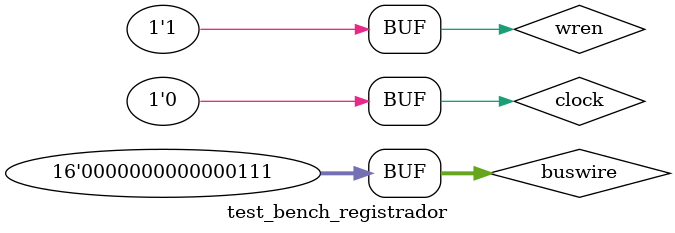
<source format=v>
module test_bench_registrador;



	reg clock, wren;
	reg [15:0] buswire;
	reg [15:0] valor_anterior;
	wire [15:0] data_out;
	
	initial begin
		clock = 1'b0;
		wren = 1'b1;
		buswire = 16'b0000000000000010; // 2
	end
	
	initial begin
		#25 clock = 1'b1;//1
		#25 clock = 1'b0; //0
		
		#25 clock = ~clock;  buswire = 16'b0000000000000111; //MV R1 R0
		
		#25 clock = 1'b0;//0
		#25 clock = ~clock; //1
		#25 clock = ~clock; //0

	end
	
		registrador dut(clock, valor_anterior, buswire, wren, data_out);

endmodule

</source>
